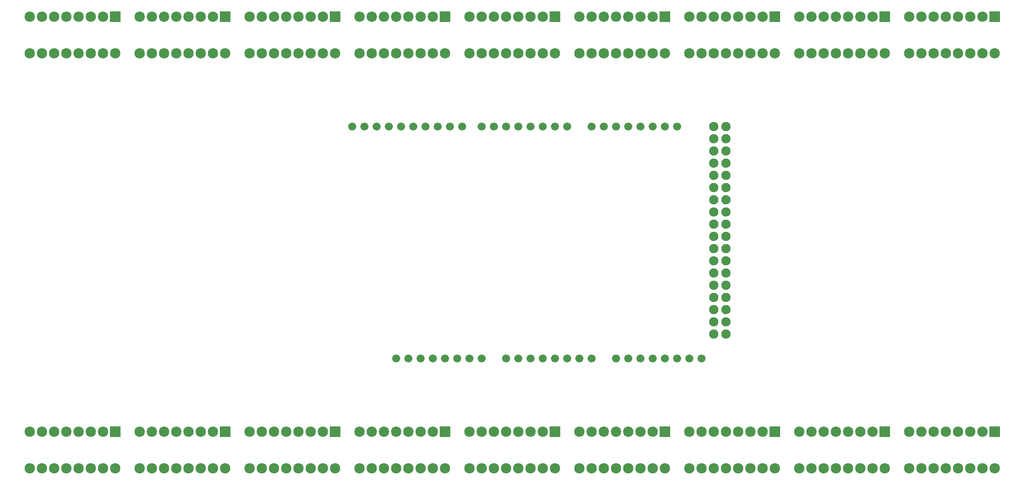
<source format=gts>
G04 MADE WITH FRITZING*
G04 WWW.FRITZING.ORG*
G04 DOUBLE SIDED*
G04 HOLES PLATED*
G04 CONTOUR ON CENTER OF CONTOUR VECTOR*
%ASAXBY*%
%FSLAX23Y23*%
%MOIN*%
%OFA0B0*%
%SFA1.0B1.0*%
%ADD10C,0.065990*%
%ADD11C,0.075993*%
%ADD12C,0.075965*%
%ADD13C,0.085000*%
%ADD14R,0.085000X0.085000*%
%LNMASK1*%
G90*
G70*
G54D10*
X5090Y1201D03*
X3490Y1201D03*
X5190Y1201D03*
X5290Y1201D03*
X5390Y1201D03*
X5490Y1201D03*
G54D11*
X5790Y2601D03*
G54D10*
X5590Y1201D03*
X5690Y1201D03*
X3530Y3101D03*
X4090Y1201D03*
X4190Y1201D03*
X4290Y1201D03*
X4390Y1201D03*
G54D11*
X5790Y1801D03*
G54D10*
X4490Y1201D03*
X4590Y1201D03*
X4690Y1201D03*
X4790Y1201D03*
X4290Y3101D03*
G54D11*
X5790Y3001D03*
X5790Y2201D03*
X5790Y1401D03*
G54D10*
X3130Y3101D03*
X3890Y1201D03*
X3890Y3101D03*
G54D11*
X5790Y2801D03*
X5790Y2401D03*
G54D12*
X5790Y2001D03*
G54D10*
X5490Y3101D03*
G54D11*
X5790Y1601D03*
G54D10*
X5390Y3101D03*
X5290Y3101D03*
X5190Y3101D03*
X5090Y3101D03*
X4990Y3101D03*
X4890Y3101D03*
X4790Y3101D03*
X2930Y3101D03*
X3330Y3101D03*
X3730Y3101D03*
X3290Y1201D03*
X3690Y1201D03*
X4490Y3101D03*
X4090Y3101D03*
G54D11*
X5790Y3101D03*
X5790Y2901D03*
X5790Y2701D03*
X5790Y2501D03*
X5790Y2301D03*
X5790Y2101D03*
X5790Y1901D03*
X5790Y1701D03*
G54D12*
X5790Y1501D03*
G54D10*
X2830Y3101D03*
X3030Y3101D03*
X3230Y3101D03*
X3430Y3101D03*
X3630Y3101D03*
X3190Y1201D03*
X3390Y1201D03*
X3590Y1201D03*
X3790Y1201D03*
X4590Y3101D03*
X4390Y3101D03*
X4190Y3101D03*
X3990Y3101D03*
G54D11*
X5890Y3101D03*
X5890Y3001D03*
X5890Y2901D03*
X5890Y2801D03*
X5890Y2701D03*
X5890Y2601D03*
X5890Y2501D03*
X5890Y2401D03*
X5890Y2301D03*
X5890Y2201D03*
X5890Y2101D03*
G54D12*
X5890Y2001D03*
G54D11*
X5890Y1901D03*
X5890Y1801D03*
X5890Y1701D03*
X5890Y1601D03*
G54D12*
X5890Y1501D03*
G54D11*
X5890Y1401D03*
G54D10*
X4990Y1201D03*
G54D13*
X8090Y601D03*
X8090Y301D03*
X7990Y601D03*
X7990Y301D03*
X7890Y601D03*
X7890Y301D03*
X7790Y601D03*
X7790Y301D03*
X7690Y601D03*
X7690Y301D03*
X7590Y601D03*
X7590Y301D03*
X7490Y601D03*
X7490Y301D03*
X7390Y601D03*
X7390Y301D03*
X890Y4001D03*
X890Y3701D03*
X790Y4001D03*
X790Y3701D03*
X690Y4001D03*
X690Y3701D03*
X590Y4001D03*
X590Y3701D03*
X490Y4001D03*
X490Y3701D03*
X390Y4001D03*
X390Y3701D03*
X290Y4001D03*
X290Y3701D03*
X190Y4001D03*
X190Y3701D03*
X1790Y4001D03*
X1790Y3701D03*
X1690Y4001D03*
X1690Y3701D03*
X1590Y4001D03*
X1590Y3701D03*
X1490Y4001D03*
X1490Y3701D03*
X1390Y4001D03*
X1390Y3701D03*
X1290Y4001D03*
X1290Y3701D03*
X1190Y4001D03*
X1190Y3701D03*
X1090Y4001D03*
X1090Y3701D03*
X2690Y4001D03*
X2690Y3701D03*
X2590Y4001D03*
X2590Y3701D03*
X2490Y4001D03*
X2490Y3701D03*
X2390Y4001D03*
X2390Y3701D03*
X2290Y4001D03*
X2290Y3701D03*
X2190Y4001D03*
X2190Y3701D03*
X2090Y4001D03*
X2090Y3701D03*
X1990Y4001D03*
X1990Y3701D03*
X3590Y4001D03*
X3590Y3701D03*
X3490Y4001D03*
X3490Y3701D03*
X3390Y4001D03*
X3390Y3701D03*
X3290Y4001D03*
X3290Y3701D03*
X3190Y4001D03*
X3190Y3701D03*
X3090Y4001D03*
X3090Y3701D03*
X2990Y4001D03*
X2990Y3701D03*
X2890Y4001D03*
X2890Y3701D03*
X4490Y4001D03*
X4490Y3701D03*
X4390Y4001D03*
X4390Y3701D03*
X4290Y4001D03*
X4290Y3701D03*
X4190Y4001D03*
X4190Y3701D03*
X4090Y4001D03*
X4090Y3701D03*
X3990Y4001D03*
X3990Y3701D03*
X3890Y4001D03*
X3890Y3701D03*
X3790Y4001D03*
X3790Y3701D03*
X5390Y4001D03*
X5390Y3701D03*
X5290Y4001D03*
X5290Y3701D03*
X5190Y4001D03*
X5190Y3701D03*
X5090Y4001D03*
X5090Y3701D03*
X4990Y4001D03*
X4990Y3701D03*
X4890Y4001D03*
X4890Y3701D03*
X4790Y4001D03*
X4790Y3701D03*
X4690Y4001D03*
X4690Y3701D03*
X6290Y4001D03*
X6290Y3701D03*
X6190Y4001D03*
X6190Y3701D03*
X6090Y4001D03*
X6090Y3701D03*
X5990Y4001D03*
X5990Y3701D03*
X5890Y4001D03*
X5890Y3701D03*
X5790Y4001D03*
X5790Y3701D03*
X5690Y4001D03*
X5690Y3701D03*
X5590Y4001D03*
X5590Y3701D03*
X7190Y4001D03*
X7190Y3701D03*
X7090Y4001D03*
X7090Y3701D03*
X6990Y4001D03*
X6990Y3701D03*
X6890Y4001D03*
X6890Y3701D03*
X6790Y4001D03*
X6790Y3701D03*
X6690Y4001D03*
X6690Y3701D03*
X6590Y4001D03*
X6590Y3701D03*
X6490Y4001D03*
X6490Y3701D03*
X8090Y4001D03*
X8090Y3701D03*
X7990Y4001D03*
X7990Y3701D03*
X7890Y4001D03*
X7890Y3701D03*
X7790Y4001D03*
X7790Y3701D03*
X7690Y4001D03*
X7690Y3701D03*
X7590Y4001D03*
X7590Y3701D03*
X7490Y4001D03*
X7490Y3701D03*
X7390Y4001D03*
X7390Y3701D03*
X890Y601D03*
X890Y301D03*
X790Y601D03*
X790Y301D03*
X690Y601D03*
X690Y301D03*
X590Y601D03*
X590Y301D03*
X490Y601D03*
X490Y301D03*
X390Y601D03*
X390Y301D03*
X290Y601D03*
X290Y301D03*
X190Y601D03*
X190Y301D03*
X1790Y601D03*
X1790Y301D03*
X1690Y601D03*
X1690Y301D03*
X1590Y601D03*
X1590Y301D03*
X1490Y601D03*
X1490Y301D03*
X1390Y601D03*
X1390Y301D03*
X1290Y601D03*
X1290Y301D03*
X1190Y601D03*
X1190Y301D03*
X1090Y601D03*
X1090Y301D03*
X2690Y601D03*
X2690Y301D03*
X2590Y601D03*
X2590Y301D03*
X2490Y601D03*
X2490Y301D03*
X2390Y601D03*
X2390Y301D03*
X2290Y601D03*
X2290Y301D03*
X2190Y601D03*
X2190Y301D03*
X2090Y601D03*
X2090Y301D03*
X1990Y601D03*
X1990Y301D03*
X3590Y601D03*
X3590Y301D03*
X3490Y601D03*
X3490Y301D03*
X3390Y601D03*
X3390Y301D03*
X3290Y601D03*
X3290Y301D03*
X3190Y601D03*
X3190Y301D03*
X3090Y601D03*
X3090Y301D03*
X2990Y601D03*
X2990Y301D03*
X2890Y601D03*
X2890Y301D03*
X4490Y601D03*
X4490Y301D03*
X4390Y601D03*
X4390Y301D03*
X4290Y601D03*
X4290Y301D03*
X4190Y601D03*
X4190Y301D03*
X4090Y601D03*
X4090Y301D03*
X3990Y601D03*
X3990Y301D03*
X3890Y601D03*
X3890Y301D03*
X3790Y601D03*
X3790Y301D03*
X5390Y601D03*
X5390Y301D03*
X5290Y601D03*
X5290Y301D03*
X5190Y601D03*
X5190Y301D03*
X5090Y601D03*
X5090Y301D03*
X4990Y601D03*
X4990Y301D03*
X4890Y601D03*
X4890Y301D03*
X4790Y601D03*
X4790Y301D03*
X4690Y601D03*
X4690Y301D03*
X6290Y601D03*
X6290Y301D03*
X6190Y601D03*
X6190Y301D03*
X6090Y601D03*
X6090Y301D03*
X5990Y601D03*
X5990Y301D03*
X5890Y601D03*
X5890Y301D03*
X5790Y601D03*
X5790Y301D03*
X5690Y601D03*
X5690Y301D03*
X5590Y601D03*
X5590Y301D03*
X7190Y601D03*
X7190Y301D03*
X7090Y601D03*
X7090Y301D03*
X6990Y601D03*
X6990Y301D03*
X6890Y601D03*
X6890Y301D03*
X6790Y601D03*
X6790Y301D03*
X6690Y601D03*
X6690Y301D03*
X6590Y601D03*
X6590Y301D03*
X6490Y601D03*
X6490Y301D03*
G54D14*
X8090Y601D03*
X890Y4001D03*
X1790Y4001D03*
X2690Y4001D03*
X3590Y4001D03*
X4490Y4001D03*
X5390Y4001D03*
X6290Y4001D03*
X7190Y4001D03*
X8090Y4001D03*
X890Y601D03*
X1790Y601D03*
X2690Y601D03*
X3590Y601D03*
X4490Y601D03*
X5390Y601D03*
X6290Y601D03*
X7190Y601D03*
G04 End of Mask1*
M02*
</source>
